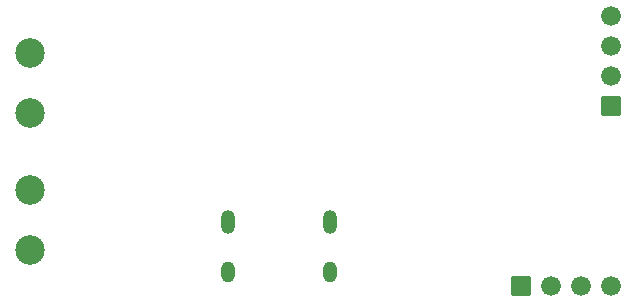
<source format=gbs>
G04 Layer: BottomSolderMaskLayer*
G04 EasyEDA v6.5.15, 2022-10-09 22:19:18*
G04 792860b319f64621ac1ba377023e4090,0b3a2bb33c9248688526e96ab25d6e06,10*
G04 Gerber Generator version 0.2*
G04 Scale: 100 percent, Rotated: No, Reflected: No *
G04 Dimensions in millimeters *
G04 leading zeros omitted , absolute positions ,4 integer and 5 decimal *
%FSLAX45Y45*%
%MOMM*%

%AMMACRO1*1,1,$1,$2,$3*1,1,$1,$4,$5*1,1,$1,0-$2,0-$3*1,1,$1,0-$4,0-$5*20,1,$1,$2,$3,$4,$5,0*20,1,$1,$4,$5,0-$2,0-$3,0*20,1,$1,0-$2,0-$3,0-$4,0-$5,0*20,1,$1,0-$4,0-$5,$2,$3,0*4,1,4,$2,$3,$4,$5,0-$2,0-$3,0-$4,0-$5,$2,$3,0*%
%ADD10C,2.5016*%
%ADD11O,1.1999976X1.7999964*%
%ADD12O,1.1999976X1.9999959999999999*%
%ADD13MACRO1,0.1016X-0.7874X-0.7874X-0.7874X0.7874*%
%ADD14C,1.6764*%
%ADD15MACRO1,0.1016X-0.7874X0.7874X0.7874X0.7874*%

%LPD*%
D10*
G01*
X419988Y2134006D03*
G01*
X419988Y1626006D03*
G01*
X419988Y973988D03*
G01*
X419988Y465988D03*
D11*
G01*
X2097989Y278511D03*
G01*
X2961995Y278511D03*
D12*
G01*
X2961995Y696518D03*
G01*
X2097989Y696518D03*
D13*
G01*
X5339989Y1678995D03*
D14*
G01*
X5339994Y1932990D03*
G01*
X5339994Y2186990D03*
G01*
X5339994Y2440990D03*
D15*
G01*
X4578990Y159999D03*
D14*
G01*
X4832984Y159994D03*
G01*
X5086984Y159994D03*
G01*
X5340984Y159994D03*
M02*

</source>
